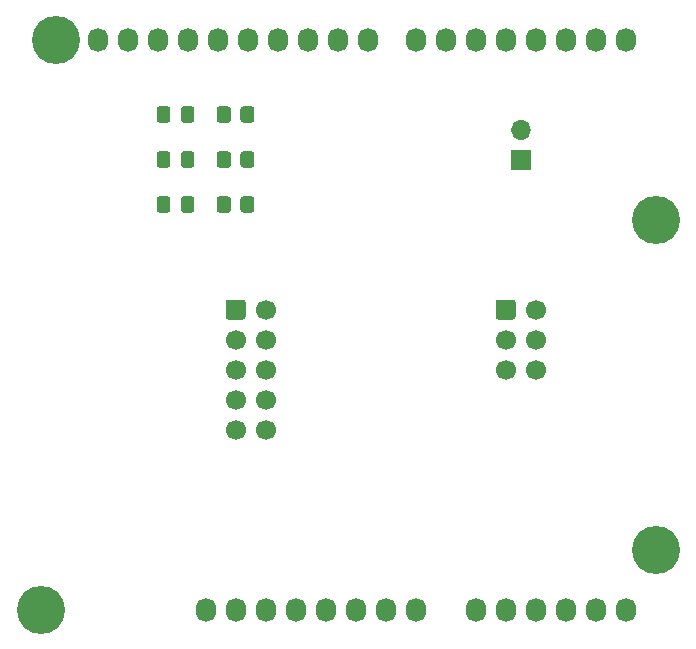
<source format=gbr>
G04 #@! TF.GenerationSoftware,KiCad,Pcbnew,(5.1.9)-1*
G04 #@! TF.CreationDate,2021-02-28T19:29:53+01:00*
G04 #@! TF.ProjectId,arduino as isp shield,61726475-696e-46f2-9061-732069737020,rev?*
G04 #@! TF.SameCoordinates,Original*
G04 #@! TF.FileFunction,Soldermask,Top*
G04 #@! TF.FilePolarity,Negative*
%FSLAX46Y46*%
G04 Gerber Fmt 4.6, Leading zero omitted, Abs format (unit mm)*
G04 Created by KiCad (PCBNEW (5.1.9)-1) date 2021-02-28 19:29:53*
%MOMM*%
%LPD*%
G01*
G04 APERTURE LIST*
%ADD10O,1.700000X1.700000*%
%ADD11R,1.700000X1.700000*%
%ADD12C,1.700000*%
%ADD13O,1.727200X2.032000*%
%ADD14C,4.064000*%
G04 APERTURE END LIST*
D10*
X154178000Y-83185000D03*
D11*
X154178000Y-85725000D03*
G36*
G01*
X129648000Y-89084999D02*
X129648000Y-89985001D01*
G75*
G02*
X129398001Y-90235000I-249999J0D01*
G01*
X128697999Y-90235000D01*
G75*
G02*
X128448000Y-89985001I0J249999D01*
G01*
X128448000Y-89084999D01*
G75*
G02*
X128697999Y-88835000I249999J0D01*
G01*
X129398001Y-88835000D01*
G75*
G02*
X129648000Y-89084999I0J-249999D01*
G01*
G37*
G36*
G01*
X131648000Y-89084999D02*
X131648000Y-89985001D01*
G75*
G02*
X131398001Y-90235000I-249999J0D01*
G01*
X130697999Y-90235000D01*
G75*
G02*
X130448000Y-89985001I0J249999D01*
G01*
X130448000Y-89084999D01*
G75*
G02*
X130697999Y-88835000I249999J0D01*
G01*
X131398001Y-88835000D01*
G75*
G02*
X131648000Y-89084999I0J-249999D01*
G01*
G37*
G36*
G01*
X129648000Y-85274999D02*
X129648000Y-86175001D01*
G75*
G02*
X129398001Y-86425000I-249999J0D01*
G01*
X128697999Y-86425000D01*
G75*
G02*
X128448000Y-86175001I0J249999D01*
G01*
X128448000Y-85274999D01*
G75*
G02*
X128697999Y-85025000I249999J0D01*
G01*
X129398001Y-85025000D01*
G75*
G02*
X129648000Y-85274999I0J-249999D01*
G01*
G37*
G36*
G01*
X131648000Y-85274999D02*
X131648000Y-86175001D01*
G75*
G02*
X131398001Y-86425000I-249999J0D01*
G01*
X130697999Y-86425000D01*
G75*
G02*
X130448000Y-86175001I0J249999D01*
G01*
X130448000Y-85274999D01*
G75*
G02*
X130697999Y-85025000I249999J0D01*
G01*
X131398001Y-85025000D01*
G75*
G02*
X131648000Y-85274999I0J-249999D01*
G01*
G37*
G36*
G01*
X129648000Y-81464999D02*
X129648000Y-82365001D01*
G75*
G02*
X129398001Y-82615000I-249999J0D01*
G01*
X128697999Y-82615000D01*
G75*
G02*
X128448000Y-82365001I0J249999D01*
G01*
X128448000Y-81464999D01*
G75*
G02*
X128697999Y-81215000I249999J0D01*
G01*
X129398001Y-81215000D01*
G75*
G02*
X129648000Y-81464999I0J-249999D01*
G01*
G37*
G36*
G01*
X131648000Y-81464999D02*
X131648000Y-82365001D01*
G75*
G02*
X131398001Y-82615000I-249999J0D01*
G01*
X130697999Y-82615000D01*
G75*
G02*
X130448000Y-82365001I0J249999D01*
G01*
X130448000Y-81464999D01*
G75*
G02*
X130697999Y-81215000I249999J0D01*
G01*
X131398001Y-81215000D01*
G75*
G02*
X131648000Y-81464999I0J-249999D01*
G01*
G37*
G36*
G01*
X125418000Y-89985001D02*
X125418000Y-89084999D01*
G75*
G02*
X125667999Y-88835000I249999J0D01*
G01*
X126318001Y-88835000D01*
G75*
G02*
X126568000Y-89084999I0J-249999D01*
G01*
X126568000Y-89985001D01*
G75*
G02*
X126318001Y-90235000I-249999J0D01*
G01*
X125667999Y-90235000D01*
G75*
G02*
X125418000Y-89985001I0J249999D01*
G01*
G37*
G36*
G01*
X123368000Y-89985001D02*
X123368000Y-89084999D01*
G75*
G02*
X123617999Y-88835000I249999J0D01*
G01*
X124268001Y-88835000D01*
G75*
G02*
X124518000Y-89084999I0J-249999D01*
G01*
X124518000Y-89985001D01*
G75*
G02*
X124268001Y-90235000I-249999J0D01*
G01*
X123617999Y-90235000D01*
G75*
G02*
X123368000Y-89985001I0J249999D01*
G01*
G37*
G36*
G01*
X125418000Y-86175001D02*
X125418000Y-85274999D01*
G75*
G02*
X125667999Y-85025000I249999J0D01*
G01*
X126318001Y-85025000D01*
G75*
G02*
X126568000Y-85274999I0J-249999D01*
G01*
X126568000Y-86175001D01*
G75*
G02*
X126318001Y-86425000I-249999J0D01*
G01*
X125667999Y-86425000D01*
G75*
G02*
X125418000Y-86175001I0J249999D01*
G01*
G37*
G36*
G01*
X123368000Y-86175001D02*
X123368000Y-85274999D01*
G75*
G02*
X123617999Y-85025000I249999J0D01*
G01*
X124268001Y-85025000D01*
G75*
G02*
X124518000Y-85274999I0J-249999D01*
G01*
X124518000Y-86175001D01*
G75*
G02*
X124268001Y-86425000I-249999J0D01*
G01*
X123617999Y-86425000D01*
G75*
G02*
X123368000Y-86175001I0J249999D01*
G01*
G37*
G36*
G01*
X125418000Y-82365001D02*
X125418000Y-81464999D01*
G75*
G02*
X125667999Y-81215000I249999J0D01*
G01*
X126318001Y-81215000D01*
G75*
G02*
X126568000Y-81464999I0J-249999D01*
G01*
X126568000Y-82365001D01*
G75*
G02*
X126318001Y-82615000I-249999J0D01*
G01*
X125667999Y-82615000D01*
G75*
G02*
X125418000Y-82365001I0J249999D01*
G01*
G37*
G36*
G01*
X123368000Y-82365001D02*
X123368000Y-81464999D01*
G75*
G02*
X123617999Y-81215000I249999J0D01*
G01*
X124268001Y-81215000D01*
G75*
G02*
X124518000Y-81464999I0J-249999D01*
G01*
X124518000Y-82365001D01*
G75*
G02*
X124268001Y-82615000I-249999J0D01*
G01*
X123617999Y-82615000D01*
G75*
G02*
X123368000Y-82365001I0J249999D01*
G01*
G37*
D12*
X155448000Y-103505000D03*
X155448000Y-100965000D03*
X155448000Y-98425000D03*
X152908000Y-103505000D03*
X152908000Y-100965000D03*
G36*
G01*
X152058000Y-99025000D02*
X152058000Y-97825000D01*
G75*
G02*
X152308000Y-97575000I250000J0D01*
G01*
X153508000Y-97575000D01*
G75*
G02*
X153758000Y-97825000I0J-250000D01*
G01*
X153758000Y-99025000D01*
G75*
G02*
X153508000Y-99275000I-250000J0D01*
G01*
X152308000Y-99275000D01*
G75*
G02*
X152058000Y-99025000I0J250000D01*
G01*
G37*
X132588000Y-108585000D03*
X132588000Y-106045000D03*
X132588000Y-103505000D03*
X132588000Y-100965000D03*
X132588000Y-98425000D03*
X130048000Y-108585000D03*
X130048000Y-106045000D03*
X130048000Y-103505000D03*
X130048000Y-100965000D03*
G36*
G01*
X129198000Y-99025000D02*
X129198000Y-97825000D01*
G75*
G02*
X129448000Y-97575000I250000J0D01*
G01*
X130648000Y-97575000D01*
G75*
G02*
X130898000Y-97825000I0J-250000D01*
G01*
X130898000Y-99025000D01*
G75*
G02*
X130648000Y-99275000I-250000J0D01*
G01*
X129448000Y-99275000D01*
G75*
G02*
X129198000Y-99025000I0J250000D01*
G01*
G37*
D13*
X127508000Y-123825000D03*
X130048000Y-123825000D03*
X132588000Y-123825000D03*
X135128000Y-123825000D03*
X137668000Y-123825000D03*
X140208000Y-123825000D03*
X142748000Y-123825000D03*
X145288000Y-123825000D03*
X150368000Y-123825000D03*
X152908000Y-123825000D03*
X155448000Y-123825000D03*
X157988000Y-123825000D03*
X160528000Y-123825000D03*
X163068000Y-123825000D03*
X118364000Y-75565000D03*
X120904000Y-75565000D03*
X123444000Y-75565000D03*
X125984000Y-75565000D03*
X128524000Y-75565000D03*
X131064000Y-75565000D03*
X133604000Y-75565000D03*
X136144000Y-75565000D03*
X138684000Y-75565000D03*
X141224000Y-75565000D03*
X145288000Y-75565000D03*
X147828000Y-75565000D03*
X150368000Y-75565000D03*
X152908000Y-75565000D03*
X155448000Y-75565000D03*
X157988000Y-75565000D03*
X160528000Y-75565000D03*
X163068000Y-75565000D03*
D14*
X113538000Y-123825000D03*
X165608000Y-118745000D03*
X114808000Y-75565000D03*
X165608000Y-90805000D03*
M02*

</source>
